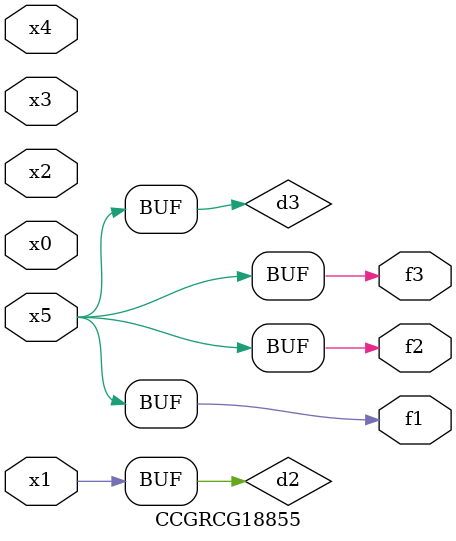
<source format=v>
module CCGRCG18855(
	input x0, x1, x2, x3, x4, x5,
	output f1, f2, f3
);

	wire d1, d2, d3;

	not (d1, x5);
	or (d2, x1);
	xnor (d3, d1);
	assign f1 = d3;
	assign f2 = d3;
	assign f3 = d3;
endmodule

</source>
